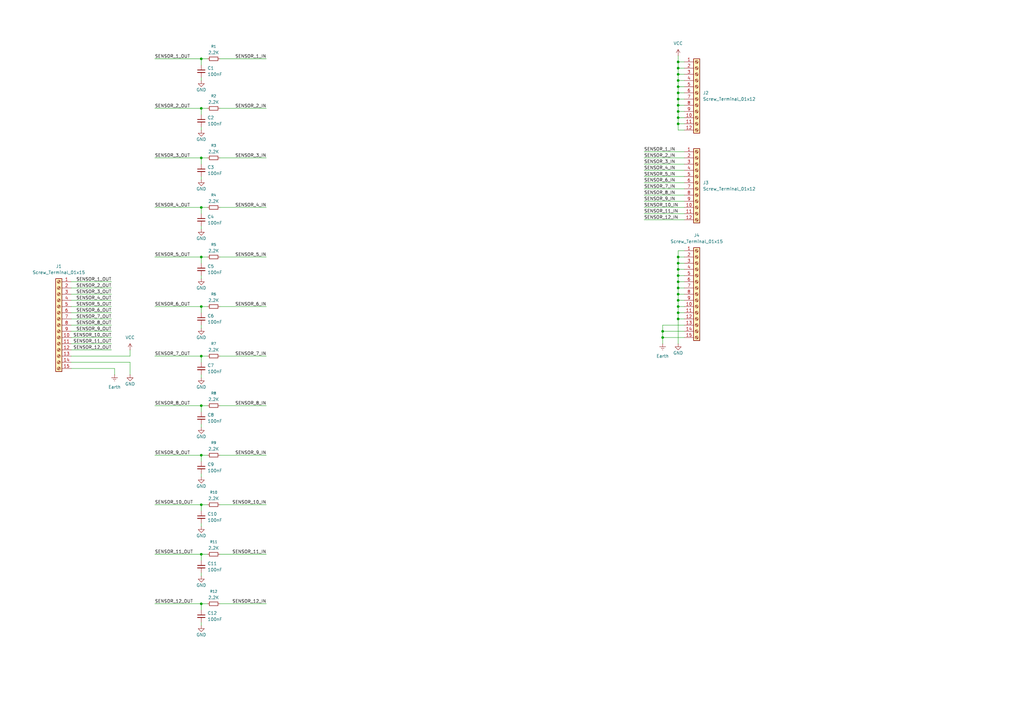
<source format=kicad_sch>
(kicad_sch (version 20250114) (generator "eeschema") (generator_version "9.0")
  (paper "A3")
  (title_block (title "Cutjob - Endstop interface board") (date "2025-12-15") (rev "1.0"))
  (lib_symbols
    (symbol "Connector:Screw_Terminal_01x12" (pin_names (offset 1.016) (hide yes))
      (property "Reference" "J" (at 0 15.24 0))
      (property "Value" "Screw_Terminal_01x12" (at 0 -17.78 0))
      (symbol "Screw_Terminal_01x12_1_1"
        (rectangle (start -1.27 13.97) (end 1.27 -16.51) (stroke (width 0.254)) (fill (type background)))
        (polyline (pts (xy -0.5334 13.0302) (xy 0.3302 12.192)) (stroke (width 0.1524)))
        (polyline (pts (xy -0.5334 10.4902) (xy 0.3302 9.652)) (stroke (width 0.1524)))
        (polyline (pts (xy -0.5334 7.9502) (xy 0.3302 7.112)) (stroke (width 0.1524)))
        (polyline (pts (xy -0.5334 5.4102) (xy 0.3302 4.572)) (stroke (width 0.1524)))
        (polyline (pts (xy -0.5334 2.8702) (xy 0.3302 2.032)) (stroke (width 0.1524)))
        (polyline (pts (xy -0.5334 0.3302) (xy 0.3302 -0.508)) (stroke (width 0.1524)))
        (polyline (pts (xy -0.5334 -2.2098) (xy 0.3302 -3.048)) (stroke (width 0.1524)))
        (polyline (pts (xy -0.5334 -4.7498) (xy 0.3302 -5.588)) (stroke (width 0.1524)))
        (polyline (pts (xy -0.5334 -7.2898) (xy 0.3302 -8.128)) (stroke (width 0.1524)))
        (polyline (pts (xy -0.5334 -9.8298) (xy 0.3302 -10.668)) (stroke (width 0.1524)))
        (polyline (pts (xy -0.5334 -12.3698) (xy 0.3302 -13.208)) (stroke (width 0.1524)))
        (polyline (pts (xy -0.5334 -14.9098) (xy 0.3302 -15.748)) (stroke (width 0.1524)))
        (polyline (pts (xy -0.3556 13.208) (xy 0.508 12.3698)) (stroke (width 0.1524)))
        (polyline (pts (xy -0.3556 10.668) (xy 0.508 9.8298)) (stroke (width 0.1524)))
        (polyline (pts (xy -0.3556 8.128) (xy 0.508 7.2898)) (stroke (width 0.1524)))
        (polyline (pts (xy -0.3556 5.588) (xy 0.508 4.7498)) (stroke (width 0.1524)))
        (polyline (pts (xy -0.3556 3.048) (xy 0.508 2.2098)) (stroke (width 0.1524)))
        (polyline (pts (xy -0.3556 0.508) (xy 0.508 -0.3302)) (stroke (width 0.1524)))
        (polyline (pts (xy -0.3556 -2.032) (xy 0.508 -2.8702)) (stroke (width 0.1524)))
        (polyline (pts (xy -0.3556 -4.572) (xy 0.508 -5.4102)) (stroke (width 0.1524)))
        (polyline (pts (xy -0.3556 -7.112) (xy 0.508 -7.9502)) (stroke (width 0.1524)))
        (polyline (pts (xy -0.3556 -9.652) (xy 0.508 -10.4902)) (stroke (width 0.1524)))
        (polyline (pts (xy -0.3556 -12.192) (xy 0.508 -13.0302)) (stroke (width 0.1524)))
        (polyline (pts (xy -0.3556 -14.732) (xy 0.508 -15.5702)) (stroke (width 0.1524)))
        (circle (center 0 12.7) (radius 0.635) (stroke (width 0.1524)))
        (circle (center 0 10.16) (radius 0.635) (stroke (width 0.1524)))
        (circle (center 0 7.62) (radius 0.635) (stroke (width 0.1524)))
        (circle (center 0 5.08) (radius 0.635) (stroke (width 0.1524)))
        (circle (center 0 2.54) (radius 0.635) (stroke (width 0.1524)))
        (circle (center 0 0) (radius 0.635) (stroke (width 0.1524)))
        (circle (center 0 -2.54) (radius 0.635) (stroke (width 0.1524)))
        (circle (center 0 -5.08) (radius 0.635) (stroke (width 0.1524)))
        (circle (center 0 -7.62) (radius 0.635) (stroke (width 0.1524)))
        (circle (center 0 -10.16) (radius 0.635) (stroke (width 0.1524)))
        (circle (center 0 -12.7) (radius 0.635) (stroke (width 0.1524)))
        (circle (center 0 -15.24) (radius 0.635) (stroke (width 0.1524)))
        (pin passive line (at -5.08 12.7 0) (length 3.81) (name "Pin_1") (number "1"))
        (pin passive line (at -5.08 10.16 0) (length 3.81) (name "Pin_2") (number "2"))
        (pin passive line (at -5.08 7.62 0) (length 3.81) (name "Pin_3") (number "3"))
        (pin passive line (at -5.08 5.08 0) (length 3.81) (name "Pin_4") (number "4"))
        (pin passive line (at -5.08 2.54 0) (length 3.81) (name "Pin_5") (number "5"))
        (pin passive line (at -5.08 0 0) (length 3.81) (name "Pin_6") (number "6"))
        (pin passive line (at -5.08 -2.54 0) (length 3.81) (name "Pin_7") (number "7"))
        (pin passive line (at -5.08 -5.08 0) (length 3.81) (name "Pin_8") (number "8"))
        (pin passive line (at -5.08 -7.62 0) (length 3.81) (name "Pin_9") (number "9"))
        (pin passive line (at -5.08 -10.16 0) (length 3.81) (name "Pin_10") (number "10"))
        (pin passive line (at -5.08 -12.7 0) (length 3.81) (name "Pin_11") (number "11"))
        (pin passive line (at -5.08 -15.24 0) (length 3.81) (name "Pin_12") (number "12"))
      )
    )
    (symbol "Connector:Screw_Terminal_01x15" (pin_names (offset 1.016) (hide yes))
      (property "Reference" "J" (at 0 20.32 0))
      (property "Value" "Screw_Terminal_01x15" (at 0 -20.32 0))
      (symbol "Screw_Terminal_01x15_1_1"
        (rectangle (start -1.27 19.05) (end 1.27 -19.05) (stroke (width 0.254)) (fill (type background)))
        (polyline (pts (xy -0.5334 18.1102) (xy 0.3302 17.272)) (stroke (width 0.1524)))
        (polyline (pts (xy -0.5334 15.5702) (xy 0.3302 14.732)) (stroke (width 0.1524)))
        (polyline (pts (xy -0.5334 13.0302) (xy 0.3302 12.192)) (stroke (width 0.1524)))
        (polyline (pts (xy -0.5334 10.4902) (xy 0.3302 9.652)) (stroke (width 0.1524)))
        (polyline (pts (xy -0.5334 7.9502) (xy 0.3302 7.112)) (stroke (width 0.1524)))
        (polyline (pts (xy -0.5334 5.4102) (xy 0.3302 4.572)) (stroke (width 0.1524)))
        (polyline (pts (xy -0.5334 2.8702) (xy 0.3302 2.032)) (stroke (width 0.1524)))
        (polyline (pts (xy -0.5334 0.3302) (xy 0.3302 -0.508)) (stroke (width 0.1524)))
        (polyline (pts (xy -0.5334 -2.2098) (xy 0.3302 -3.048)) (stroke (width 0.1524)))
        (polyline (pts (xy -0.5334 -4.7498) (xy 0.3302 -5.588)) (stroke (width 0.1524)))
        (polyline (pts (xy -0.5334 -7.2898) (xy 0.3302 -8.128)) (stroke (width 0.1524)))
        (polyline (pts (xy -0.5334 -9.8298) (xy 0.3302 -10.668)) (stroke (width 0.1524)))
        (polyline (pts (xy -0.5334 -12.3698) (xy 0.3302 -13.208)) (stroke (width 0.1524)))
        (polyline (pts (xy -0.5334 -14.9098) (xy 0.3302 -15.748)) (stroke (width 0.1524)))
        (polyline (pts (xy -0.5334 -17.4498) (xy 0.3302 -18.288)) (stroke (width 0.1524)))
        (polyline (pts (xy -0.3556 18.288) (xy 0.508 17.4498)) (stroke (width 0.1524)))
        (polyline (pts (xy -0.3556 15.748) (xy 0.508 14.9098)) (stroke (width 0.1524)))
        (polyline (pts (xy -0.3556 13.208) (xy 0.508 12.3698)) (stroke (width 0.1524)))
        (polyline (pts (xy -0.3556 10.668) (xy 0.508 9.8298)) (stroke (width 0.1524)))
        (polyline (pts (xy -0.3556 8.128) (xy 0.508 7.2898)) (stroke (width 0.1524)))
        (polyline (pts (xy -0.3556 5.588) (xy 0.508 4.7498)) (stroke (width 0.1524)))
        (polyline (pts (xy -0.3556 3.048) (xy 0.508 2.2098)) (stroke (width 0.1524)))
        (polyline (pts (xy -0.3556 0.508) (xy 0.508 -0.3302)) (stroke (width 0.1524)))
        (polyline (pts (xy -0.3556 -2.032) (xy 0.508 -2.8702)) (stroke (width 0.1524)))
        (polyline (pts (xy -0.3556 -4.572) (xy 0.508 -5.4102)) (stroke (width 0.1524)))
        (polyline (pts (xy -0.3556 -7.112) (xy 0.508 -7.9502)) (stroke (width 0.1524)))
        (polyline (pts (xy -0.3556 -9.652) (xy 0.508 -10.4902)) (stroke (width 0.1524)))
        (polyline (pts (xy -0.3556 -12.192) (xy 0.508 -13.0302)) (stroke (width 0.1524)))
        (polyline (pts (xy -0.3556 -14.732) (xy 0.508 -15.5702)) (stroke (width 0.1524)))
        (polyline (pts (xy -0.3556 -17.272) (xy 0.508 -18.1102)) (stroke (width 0.1524)))
        (circle (center 0 17.78) (radius 0.635) (stroke (width 0.1524)))
        (circle (center 0 15.24) (radius 0.635) (stroke (width 0.1524)))
        (circle (center 0 12.7) (radius 0.635) (stroke (width 0.1524)))
        (circle (center 0 10.16) (radius 0.635) (stroke (width 0.1524)))
        (circle (center 0 7.62) (radius 0.635) (stroke (width 0.1524)))
        (circle (center 0 5.08) (radius 0.635) (stroke (width 0.1524)))
        (circle (center 0 2.54) (radius 0.635) (stroke (width 0.1524)))
        (circle (center 0 0) (radius 0.635) (stroke (width 0.1524)))
        (circle (center 0 -2.54) (radius 0.635) (stroke (width 0.1524)))
        (circle (center 0 -5.08) (radius 0.635) (stroke (width 0.1524)))
        (circle (center 0 -7.62) (radius 0.635) (stroke (width 0.1524)))
        (circle (center 0 -10.16) (radius 0.635) (stroke (width 0.1524)))
        (circle (center 0 -12.7) (radius 0.635) (stroke (width 0.1524)))
        (circle (center 0 -15.24) (radius 0.635) (stroke (width 0.1524)))
        (circle (center 0 -17.78) (radius 0.635) (stroke (width 0.1524)))
        (pin passive line (at -5.08 17.78 0) (length 3.81) (name "Pin_1") (number "1"))
        (pin passive line (at -5.08 15.24 0) (length 3.81) (name "Pin_2") (number "2"))
        (pin passive line (at -5.08 12.7 0) (length 3.81) (name "Pin_3") (number "3"))
        (pin passive line (at -5.08 10.16 0) (length 3.81) (name "Pin_4") (number "4"))
        (pin passive line (at -5.08 7.62 0) (length 3.81) (name "Pin_5") (number "5"))
        (pin passive line (at -5.08 5.08 0) (length 3.81) (name "Pin_6") (number "6"))
        (pin passive line (at -5.08 2.54 0) (length 3.81) (name "Pin_7") (number "7"))
        (pin passive line (at -5.08 0 0) (length 3.81) (name "Pin_8") (number "8"))
        (pin passive line (at -5.08 -2.54 0) (length 3.81) (name "Pin_9") (number "9"))
        (pin passive line (at -5.08 -5.08 0) (length 3.81) (name "Pin_10") (number "10"))
        (pin passive line (at -5.08 -7.62 0) (length 3.81) (name "Pin_11") (number "11"))
        (pin passive line (at -5.08 -10.16 0) (length 3.81) (name "Pin_12") (number "12"))
        (pin passive line (at -5.08 -12.7 0) (length 3.81) (name "Pin_13") (number "13"))
        (pin passive line (at -5.08 -15.24 0) (length 3.81) (name "Pin_14") (number "14"))
        (pin passive line (at -5.08 -17.78 0) (length 3.81) (name "Pin_15") (number "15"))
      )
    )
    (symbol "Device:C_Small" (pin_numbers (hide yes)) (pin_names (offset 0.254) (hide yes))
      (property "Reference" "C" (at 0.254 1.778 0))
      (property "Value" "C_Small" (at 0.254 -2.032 0))
      (symbol "C_Small_0_1"
        (polyline (pts (xy -1.524 0.508) (xy 1.524 0.508)) (stroke (width 0.3048)))
        (polyline (pts (xy -1.524 -0.508) (xy 1.524 -0.508)) (stroke (width 0.3302)))
      )
      (symbol "C_Small_1_1"
        (pin passive line (at 0 2.54 270) (length 2.032) (name "~") (number "1"))
        (pin passive line (at 0 -2.54 90) (length 2.032) (name "~") (number "2"))
      )
    )
    (symbol "Device:R_Small" (pin_numbers (hide yes)) (pin_names (offset 0.254) (hide yes))
      (property "Reference" "R" (at 0 0 90))
      (property "Value" "R_Small" (at 1.778 0 90))
      (symbol "R_Small_0_1"
        (rectangle (start -0.762 1.778) (end 0.762 -1.778) (stroke (width 0.2032)))
      )
      (symbol "R_Small_1_1"
        (pin passive line (at 0 2.54 270) (length 0.762) (name "~") (number "1"))
        (pin passive line (at 0 -2.54 90) (length 0.762) (name "~") (number "2"))
      )
    )
    (symbol "power:Earth" (power) (pin_numbers (hide yes)) (pin_names (offset 0) (hide yes))
      (property "Value" "Earth" (at 0 -3.81 0))
      (symbol "Earth_0_1"
        (polyline (pts (xy -0.635 -1.905) (xy 0.635 -1.905)))
        (polyline (pts (xy -0.127 -2.54) (xy 0.127 -2.54)))
        (polyline (pts (xy 0 -1.27) (xy 0 0)))
        (polyline (pts (xy 1.27 -1.27) (xy -1.27 -1.27)))
      )
      (symbol "Earth_1_1"
        (pin power_in line (at 0 0 270) (length 0) (name "~") (number "1"))
      )
    )
    (symbol "power:GND" (power) (pin_numbers (hide yes)) (pin_names (offset 0) (hide yes))
      (property "Value" "GND" (at 0 -3.81 0))
      (symbol "GND_0_1"
        (polyline (pts (xy 0 0) (xy 0 -1.27) (xy 1.27 -1.27) (xy 0 -2.54) (xy -1.27 -1.27) (xy 0 -1.27)))
      )
      (symbol "GND_1_1"
        (pin power_in line (at 0 0 270) (length 0) (name "~") (number "1"))
      )
    )
    (symbol "power:VCC" (power) (pin_numbers (hide yes)) (pin_names (offset 0) (hide yes))
      (property "Value" "VCC" (at 0 3.556 0))
      (symbol "VCC_0_1"
        (polyline (pts (xy -0.762 1.27) (xy 0 2.54)))
        (polyline (pts (xy 0 2.54) (xy 0.762 1.27)))
        (polyline (pts (xy 0 0) (xy 0 2.54)))
      )
      (symbol "VCC_1_1"
        (pin power_in line (at 0 0 90) (length 0) (name "~") (number "1"))
      )
    )
  )
  (junction (at 278.13 27.94))
  (junction (at 278.13 128.27))
  (junction (at 278.13 45.72))
  (junction (at 82.55 247.65))
  (junction (at 278.13 123.19))
  (junction (at 82.55 64.77))
  (junction (at 278.13 30.48))
  (junction (at 278.13 38.1))
  (junction (at 82.55 105.41))
  (junction (at 278.13 43.18))
  (junction (at 82.55 186.69))
  (junction (at 278.13 110.49))
  (junction (at 278.13 113.03))
  (junction (at 278.13 33.02))
  (junction (at 278.13 50.8))
  (junction (at 278.13 25.4))
  (junction (at 278.13 107.95))
  (junction (at 271.78 135.89))
  (junction (at 278.13 125.73))
  (junction (at 278.13 120.65))
  (junction (at 82.55 125.73))
  (junction (at 271.78 138.43))
  (junction (at 82.55 207.01))
  (junction (at 278.13 130.81))
  (junction (at 82.55 146.05))
  (junction (at 82.55 227.33))
  (junction (at 278.13 115.57))
  (junction (at 278.13 40.64))
  (junction (at 82.55 166.37))
  (junction (at 278.13 105.41))
  (junction (at 278.13 118.11))
  (junction (at 82.55 85.09))
  (junction (at 278.13 35.56))
  (junction (at 82.55 24.13))
  (junction (at 278.13 48.26))
  (junction (at 82.55 44.45))
  (wire (pts (xy 278.13 22.86) (xy 278.13 25.4)))
  (wire (pts (xy 53.34 148.59) (xy 53.34 153.67)))
  (wire (pts (xy 271.78 135.89) (xy 271.78 138.43)))
  (wire (pts (xy 278.13 113.03) (xy 278.13 115.57)))
  (wire (pts (xy 82.55 173.99) (xy 82.55 175.26)))
  (wire (pts (xy 29.21 146.05) (xy 53.34 146.05)))
  (wire (pts (xy 278.13 38.1) (xy 278.13 40.64)))
  (wire (pts (xy 278.13 113.03) (xy 280.67 113.03)))
  (wire (pts (xy 85.09 166.37) (xy 82.55 166.37)))
  (wire (pts (xy 109.22 227.33) (xy 90.17 227.33)))
  (wire (pts (xy 264.16 77.47) (xy 280.67 77.47)))
  (wire (pts (xy 271.78 133.35) (xy 271.78 135.89)))
  (wire (pts (xy 109.22 125.73) (xy 90.17 125.73)))
  (wire (pts (xy 29.21 130.81) (xy 45.72 130.81)))
  (wire (pts (xy 82.55 214.63) (xy 82.55 215.9)))
  (wire (pts (xy 85.09 227.33) (xy 82.55 227.33)))
  (wire (pts (xy 264.16 62.23) (xy 280.67 62.23)))
  (wire (pts (xy 278.13 123.19) (xy 278.13 125.73)))
  (wire (pts (xy 271.78 135.89) (xy 280.67 135.89)))
  (wire (pts (xy 29.21 135.89) (xy 45.72 135.89)))
  (wire (pts (xy 278.13 110.49) (xy 278.13 113.03)))
  (wire (pts (xy 85.09 85.09) (xy 82.55 85.09)))
  (wire (pts (xy 278.13 120.65) (xy 278.13 123.19)))
  (wire (pts (xy 278.13 50.8) (xy 278.13 53.34)))
  (wire (pts (xy 29.21 118.11) (xy 45.72 118.11)))
  (wire (pts (xy 82.55 186.69) (xy 82.55 189.23)))
  (wire (pts (xy 109.22 105.41) (xy 90.17 105.41)))
  (wire (pts (xy 82.55 64.77) (xy 82.55 67.31)))
  (wire (pts (xy 264.16 74.93) (xy 280.67 74.93)))
  (wire (pts (xy 29.21 133.35) (xy 45.72 133.35)))
  (wire (pts (xy 280.67 102.87) (xy 278.13 102.87)))
  (wire (pts (xy 278.13 115.57) (xy 278.13 118.11)))
  (wire (pts (xy 278.13 35.56) (xy 278.13 38.1)))
  (wire (pts (xy 109.22 44.45) (xy 90.17 44.45)))
  (wire (pts (xy 278.13 128.27) (xy 278.13 130.81)))
  (wire (pts (xy 85.09 207.01) (xy 82.55 207.01)))
  (wire (pts (xy 82.55 105.41) (xy 82.55 107.95)))
  (wire (pts (xy 278.13 130.81) (xy 278.13 140.97)))
  (wire (pts (xy 63.5 44.45) (xy 82.55 44.45)))
  (wire (pts (xy 29.21 143.51) (xy 45.72 143.51)))
  (wire (pts (xy 109.22 186.69) (xy 90.17 186.69)))
  (wire (pts (xy 29.21 151.13) (xy 46.99 151.13)))
  (wire (pts (xy 29.21 138.43) (xy 45.72 138.43)))
  (wire (pts (xy 278.13 30.48) (xy 278.13 33.02)))
  (wire (pts (xy 82.55 133.35) (xy 82.55 134.62)))
  (wire (pts (xy 82.55 247.65) (xy 82.55 250.19)))
  (wire (pts (xy 82.55 44.45) (xy 82.55 46.99)))
  (wire (pts (xy 63.5 125.73) (xy 82.55 125.73)))
  (wire (pts (xy 109.22 24.13) (xy 90.17 24.13)))
  (wire (pts (xy 29.21 120.65) (xy 45.72 120.65)))
  (wire (pts (xy 278.13 45.72) (xy 278.13 48.26)))
  (wire (pts (xy 109.22 207.01) (xy 90.17 207.01)))
  (wire (pts (xy 29.21 128.27) (xy 45.72 128.27)))
  (wire (pts (xy 264.16 82.55) (xy 280.67 82.55)))
  (wire (pts (xy 63.5 186.69) (xy 82.55 186.69)))
  (wire (pts (xy 278.13 102.87) (xy 278.13 105.41)))
  (wire (pts (xy 82.55 227.33) (xy 82.55 229.87)))
  (wire (pts (xy 29.21 125.73) (xy 45.72 125.73)))
  (wire (pts (xy 85.09 64.77) (xy 82.55 64.77)))
  (wire (pts (xy 63.5 24.13) (xy 82.55 24.13)))
  (wire (pts (xy 85.09 247.65) (xy 82.55 247.65)))
  (wire (pts (xy 63.5 247.65) (xy 82.55 247.65)))
  (wire (pts (xy 82.55 92.71) (xy 82.55 93.98)))
  (wire (pts (xy 29.21 140.97) (xy 45.72 140.97)))
  (wire (pts (xy 278.13 115.57) (xy 280.67 115.57)))
  (wire (pts (xy 63.5 105.41) (xy 82.55 105.41)))
  (wire (pts (xy 278.13 45.72) (xy 280.67 45.72)))
  (wire (pts (xy 278.13 48.26) (xy 280.67 48.26)))
  (wire (pts (xy 82.55 113.03) (xy 82.55 114.3)))
  (wire (pts (xy 109.22 146.05) (xy 90.17 146.05)))
  (wire (pts (xy 264.16 72.39) (xy 280.67 72.39)))
  (wire (pts (xy 82.55 153.67) (xy 82.55 154.94)))
  (wire (pts (xy 278.13 50.8) (xy 280.67 50.8)))
  (wire (pts (xy 82.55 24.13) (xy 82.55 26.67)))
  (wire (pts (xy 53.34 143.51) (xy 53.34 146.05)))
  (wire (pts (xy 278.13 123.19) (xy 280.67 123.19)))
  (wire (pts (xy 85.09 186.69) (xy 82.55 186.69)))
  (wire (pts (xy 63.5 207.01) (xy 82.55 207.01)))
  (wire (pts (xy 278.13 105.41) (xy 280.67 105.41)))
  (wire (pts (xy 280.67 27.94) (xy 278.13 27.94)))
  (wire (pts (xy 264.16 67.31) (xy 280.67 67.31)))
  (wire (pts (xy 46.99 151.13) (xy 46.99 153.67)))
  (wire (pts (xy 278.13 33.02) (xy 280.67 33.02)))
  (wire (pts (xy 109.22 85.09) (xy 90.17 85.09)))
  (wire (pts (xy 264.16 90.17) (xy 280.67 90.17)))
  (wire (pts (xy 280.67 138.43) (xy 271.78 138.43)))
  (wire (pts (xy 278.13 27.94) (xy 278.13 25.4)))
  (wire (pts (xy 278.13 33.02) (xy 278.13 35.56)))
  (wire (pts (xy 278.13 27.94) (xy 278.13 30.48)))
  (wire (pts (xy 278.13 110.49) (xy 280.67 110.49)))
  (wire (pts (xy 278.13 107.95) (xy 278.13 110.49)))
  (wire (pts (xy 264.16 64.77) (xy 280.67 64.77)))
  (wire (pts (xy 278.13 125.73) (xy 280.67 125.73)))
  (wire (pts (xy 278.13 40.64) (xy 278.13 43.18)))
  (wire (pts (xy 82.55 255.27) (xy 82.55 256.54)))
  (wire (pts (xy 278.13 40.64) (xy 280.67 40.64)))
  (wire (pts (xy 85.09 105.41) (xy 82.55 105.41)))
  (wire (pts (xy 280.67 53.34) (xy 278.13 53.34)))
  (wire (pts (xy 85.09 125.73) (xy 82.55 125.73)))
  (wire (pts (xy 82.55 52.07) (xy 82.55 53.34)))
  (wire (pts (xy 264.16 80.01) (xy 280.67 80.01)))
  (wire (pts (xy 278.13 118.11) (xy 280.67 118.11)))
  (wire (pts (xy 63.5 227.33) (xy 82.55 227.33)))
  (wire (pts (xy 85.09 146.05) (xy 82.55 146.05)))
  (wire (pts (xy 109.22 64.77) (xy 90.17 64.77)))
  (wire (pts (xy 278.13 128.27) (xy 280.67 128.27)))
  (wire (pts (xy 280.67 25.4) (xy 278.13 25.4)))
  (wire (pts (xy 85.09 44.45) (xy 82.55 44.45)))
  (wire (pts (xy 63.5 64.77) (xy 82.55 64.77)))
  (wire (pts (xy 109.22 247.65) (xy 90.17 247.65)))
  (wire (pts (xy 278.13 105.41) (xy 278.13 107.95)))
  (wire (pts (xy 82.55 194.31) (xy 82.55 195.58)))
  (wire (pts (xy 82.55 125.73) (xy 82.55 128.27)))
  (wire (pts (xy 264.16 85.09) (xy 280.67 85.09)))
  (wire (pts (xy 63.5 146.05) (xy 82.55 146.05)))
  (wire (pts (xy 278.13 130.81) (xy 280.67 130.81)))
  (wire (pts (xy 278.13 125.73) (xy 278.13 128.27)))
  (wire (pts (xy 82.55 85.09) (xy 82.55 87.63)))
  (wire (pts (xy 82.55 166.37) (xy 82.55 168.91)))
  (wire (pts (xy 82.55 207.01) (xy 82.55 209.55)))
  (wire (pts (xy 29.21 123.19) (xy 45.72 123.19)))
  (wire (pts (xy 109.22 166.37) (xy 90.17 166.37)))
  (wire (pts (xy 278.13 35.56) (xy 280.67 35.56)))
  (wire (pts (xy 278.13 43.18) (xy 278.13 45.72)))
  (wire (pts (xy 271.78 138.43) (xy 271.78 140.97)))
  (wire (pts (xy 264.16 87.63) (xy 280.67 87.63)))
  (wire (pts (xy 82.55 31.75) (xy 82.55 33.02)))
  (wire (pts (xy 82.55 72.39) (xy 82.55 73.66)))
  (wire (pts (xy 63.5 166.37) (xy 82.55 166.37)))
  (wire (pts (xy 85.09 24.13) (xy 82.55 24.13)))
  (wire (pts (xy 82.55 234.95) (xy 82.55 236.22)))
  (wire (pts (xy 29.21 148.59) (xy 53.34 148.59)))
  (wire (pts (xy 278.13 30.48) (xy 280.67 30.48)))
  (wire (pts (xy 264.16 69.85) (xy 280.67 69.85)))
  (wire (pts (xy 278.13 48.26) (xy 278.13 50.8)))
  (wire (pts (xy 278.13 120.65) (xy 280.67 120.65)))
  (wire (pts (xy 63.5 85.09) (xy 82.55 85.09)))
  (wire (pts (xy 278.13 43.18) (xy 280.67 43.18)))
  (wire (pts (xy 29.21 115.57) (xy 45.72 115.57)))
  (wire (pts (xy 278.13 107.95) (xy 280.67 107.95)))
  (wire (pts (xy 278.13 118.11) (xy 278.13 120.65)))
  (wire (pts (xy 280.67 133.35) (xy 271.78 133.35)))
  (wire (pts (xy 82.55 146.05) (xy 82.55 148.59)))
  (wire (pts (xy 278.13 38.1) (xy 280.67 38.1)))
  (label "SENSOR_6_IN" (at 109.22 125.73 180))
  (label "SENSOR_12_IN" (at 109.22 247.65 180))
  (label "SENSOR_6_IN" (at 264.16 74.93 0))
  (label "SENSOR_7_IN" (at 264.16 77.47 0))
  (label "SENSOR_9_IN" (at 109.22 186.69 180))
  (label "SENSOR_9_OUT" (at 45.72 135.89 180))
  (label "SENSOR_10_IN" (at 109.22 207.01 180))
  (label "SENSOR_12_OUT" (at 45.72 143.51 180))
  (label "SENSOR_1_OUT" (at 63.5 24.13 0))
  (label "SENSOR_11_IN" (at 109.22 227.33 180))
  (label "SENSOR_8_IN" (at 264.16 80.01 0))
  (label "SENSOR_5_OUT" (at 63.5 105.41 0))
  (label "SENSOR_8_IN" (at 109.22 166.37 180))
  (label "SENSOR_8_OUT" (at 63.5 166.37 0))
  (label "SENSOR_8_OUT" (at 45.72 133.35 180))
  (label "SENSOR_2_OUT" (at 63.5 44.45 0))
  (label "SENSOR_3_OUT" (at 63.5 64.77 0))
  (label "SENSOR_5_OUT" (at 45.72 125.73 180))
  (label "SENSOR_1_IN" (at 109.22 24.13 180))
  (label "SENSOR_10_OUT" (at 45.72 138.43 180))
  (label "SENSOR_7_OUT" (at 45.72 130.81 180))
  (label "SENSOR_1_OUT" (at 45.72 115.57 180))
  (label "SENSOR_11_OUT" (at 63.5 227.33 0))
  (label "SENSOR_10_OUT" (at 63.5 207.01 0))
  (label "SENSOR_11_IN" (at 264.16 87.63 0))
  (label "SENSOR_12_IN" (at 264.16 90.17 0))
  (label "SENSOR_11_OUT" (at 45.72 140.97 180))
  (label "SENSOR_9_OUT" (at 63.5 186.69 0))
  (label "SENSOR_5_IN" (at 109.22 105.41 180))
  (label "SENSOR_6_OUT" (at 63.5 125.73 0))
  (label "SENSOR_4_IN" (at 109.22 85.09 180))
  (label "SENSOR_7_OUT" (at 63.5 146.05 0))
  (label "SENSOR_10_IN" (at 264.16 85.09 0))
  (label "SENSOR_12_OUT" (at 63.5 247.65 0))
  (label "SENSOR_2_OUT" (at 45.72 118.11 180))
  (label "SENSOR_9_IN" (at 264.16 82.55 0))
  (label "SENSOR_3_IN" (at 264.16 67.31 0))
  (label "SENSOR_5_IN" (at 264.16 72.39 0))
  (label "SENSOR_6_OUT" (at 45.72 128.27 180))
  (label "SENSOR_3_IN" (at 109.22 64.77 180))
  (label "SENSOR_4_IN" (at 264.16 69.85 0))
  (label "SENSOR_2_IN" (at 109.22 44.45 180))
  (label "SENSOR_3_OUT" (at 45.72 120.65 180))
  (label "SENSOR_1_IN" (at 264.16 62.23 0))
  (label "SENSOR_2_IN" (at 264.16 64.77 0))
  (label "SENSOR_4_OUT" (at 63.5 85.09 0))
  (label "SENSOR_4_OUT" (at 45.72 123.19 180))
  (label "SENSOR_7_IN" (at 109.22 146.05 180))
  (symbol (lib_id "Device:R_Small") (at 87.63 166.37 90) (unit 1)
    (property "Reference" "R8" (at 87.63 161.29 90) (effects (font (size 1.016 1.016))))
    (property "Value" "2.2K" (at 87.63 163.83 90))
    (property "Description" "Resistor, small symbol" (effects (hide yes)))
  )
  (symbol (lib_id "Device:R_Small") (at 87.63 146.05 90) (unit 1)
    (property "Reference" "R7" (at 87.63 140.97 90) (effects (font (size 1.016 1.016))))
    (property "Value" "2.2K" (at 87.63 143.51 90))
    (property "Description" "Resistor, small symbol" (effects (hide yes)))
  )
  (symbol (lib_id "Device:C_Small") (at 82.55 130.81 0) (unit 1)
    (property "Reference" "C6" (at 85.09 129.5462 0) (effects (justify left)))
    (property "Value" "100nF" (at 85.09 132.0862 0) (effects (justify left)))
    (property "Description" "Unpolarized capacitor, small symbol" (effects (hide yes)))
  )
  (symbol (lib_id "Device:R_Small") (at 87.63 85.09 90) (unit 1)
    (property "Reference" "R4" (at 87.63 80.01 90) (effects (font (size 1.016 1.016))))
    (property "Value" "2.2K" (at 87.63 82.55 90))
    (property "Description" "Resistor, small symbol" (effects (hide yes)))
  )
  (symbol (lib_id "Device:R_Small") (at 87.63 186.69 90) (unit 1)
    (property "Reference" "R9" (at 87.63 181.61 90) (effects (font (size 1.016 1.016))))
    (property "Value" "2.2K" (at 87.63 184.15 90))
    (property "Description" "Resistor, small symbol" (effects (hide yes)))
  )
  (symbol (lib_id "Connector:Screw_Terminal_01x15") (at 285.75 120.65 0) (unit 1)
    (property "Reference" "J4" (at 285.75 96.52 0))
    (property "Value" "Screw_Terminal_01x15" (at 285.75 99.06 0))
    (property "Description" "Generic screw terminal, single row, 01x15, script generated (kicad-library-utils/schlib/autogen/connector/)" (effects (hide yes)))
  )
  (symbol (lib_id "Device:C_Small") (at 82.55 252.73 0) (unit 1)
    (property "Reference" "C12" (at 85.09 251.4662 0) (effects (justify left)))
    (property "Value" "100nF" (at 85.09 254.0062 0) (effects (justify left)))
    (property "Description" "Unpolarized capacitor, small symbol" (effects (hide yes)))
  )
  (symbol (lib_id "power:GND") (at 278.13 140.97 0) (unit 1)
    (property "Reference" "#PWR017" (effects (hide yes)))
    (property "Value" "GND" (at 278.13 144.78 0))
    (property "Description" "Power symbol creates a global label with name \"GND\" , ground" (effects (hide yes)))
  )
  (symbol (lib_id "power:GND") (at 82.55 53.34 0) (unit 1)
    (property "Reference" "#PWR02" (effects (hide yes)))
    (property "Value" "GND" (at 82.55 57.15 0))
    (property "Description" "Power symbol creates a global label with name \"GND\" , ground" (effects (hide yes)))
  )
  (symbol (lib_id "power:GND") (at 82.55 114.3 0) (unit 1)
    (property "Reference" "#PWR05" (effects (hide yes)))
    (property "Value" "GND" (at 82.55 118.11 0))
    (property "Description" "Power symbol creates a global label with name \"GND\" , ground" (effects (hide yes)))
  )
  (symbol (lib_id "Device:R_Small") (at 87.63 105.41 90) (unit 1)
    (property "Reference" "R5" (at 87.63 100.33 90) (effects (font (size 1.016 1.016))))
    (property "Value" "2.2K" (at 87.63 102.87 90))
    (property "Description" "Resistor, small symbol" (effects (hide yes)))
  )
  (symbol (lib_id "Device:C_Small") (at 82.55 232.41 0) (unit 1)
    (property "Reference" "C11" (at 85.09 231.1462 0) (effects (justify left)))
    (property "Value" "100nF" (at 85.09 233.6862 0) (effects (justify left)))
    (property "Description" "Unpolarized capacitor, small symbol" (effects (hide yes)))
  )
  (symbol (lib_id "Device:R_Small") (at 87.63 44.45 90) (unit 1)
    (property "Reference" "R2" (at 87.63 39.37 90) (effects (font (size 1.016 1.016))))
    (property "Value" "2.2K" (at 87.63 41.91 90))
    (property "Description" "Resistor, small symbol" (effects (hide yes)))
  )
  (symbol (lib_id "Device:C_Small") (at 82.55 69.85 0) (unit 1)
    (property "Reference" "C3" (at 85.09 68.5862 0) (effects (justify left)))
    (property "Value" "100nF" (at 85.09 71.1262 0) (effects (justify left)))
    (property "Description" "Unpolarized capacitor, small symbol" (effects (hide yes)))
  )
  (symbol (lib_id "power:GND") (at 82.55 33.02 0) (unit 1)
    (property "Reference" "#PWR01" (effects (hide yes)))
    (property "Value" "GND" (at 82.55 36.83 0))
    (property "Description" "Power symbol creates a global label with name \"GND\" , ground" (effects (hide yes)))
  )
  (symbol (lib_id "power:GND") (at 82.55 256.54 0) (unit 1)
    (property "Reference" "#PWR012" (effects (hide yes)))
    (property "Value" "GND" (at 82.55 260.35 0))
    (property "Description" "Power symbol creates a global label with name \"GND\" , ground" (effects (hide yes)))
  )
  (symbol (lib_id "power:GND") (at 82.55 195.58 0) (unit 1)
    (property "Reference" "#PWR09" (effects (hide yes)))
    (property "Value" "GND" (at 82.55 199.39 0))
    (property "Description" "Power symbol creates a global label with name \"GND\" , ground" (effects (hide yes)))
  )
  (symbol (lib_id "power:Earth") (at 271.78 140.97 0) (unit 1)
    (property "Reference" "#PWR018" (effects (hide yes)))
    (property "Value" "Earth" (at 271.78 146.05 0))
    (property "Description" "Power symbol creates a global label with name \"Earth\"" (effects (hide yes)))
  )
  (symbol (lib_id "Device:R_Small") (at 87.63 227.33 90) (unit 1)
    (property "Reference" "R11" (at 87.63 222.25 90) (effects (font (size 1.016 1.016))))
    (property "Value" "2.2K" (at 87.63 224.79 90))
    (property "Description" "Resistor, small symbol" (effects (hide yes)))
  )
  (symbol (lib_id "power:GND") (at 53.34 153.67 0) (unit 1)
    (property "Reference" "#PWR014" (effects (hide yes)))
    (property "Value" "GND" (at 53.34 157.48 0))
    (property "Description" "Power symbol creates a global label with name \"GND\" , ground" (effects (hide yes)))
  )
  (symbol (lib_id "Device:C_Small") (at 82.55 49.53 0) (unit 1)
    (property "Reference" "C2" (at 85.09 48.2662 0) (effects (justify left)))
    (property "Value" "100nF" (at 85.09 50.8062 0) (effects (justify left)))
    (property "Description" "Unpolarized capacitor, small symbol" (effects (hide yes)))
  )
  (symbol (lib_id "power:GND") (at 82.55 93.98 0) (unit 1)
    (property "Reference" "#PWR04" (effects (hide yes)))
    (property "Value" "GND" (at 82.55 97.79 0))
    (property "Description" "Power symbol creates a global label with name \"GND\" , ground" (effects (hide yes)))
  )
  (symbol (lib_id "Connector:Screw_Terminal_01x12") (at 285.75 38.1 0) (unit 1)
    (property "Reference" "J2" (at 288.29 38.0999 0) (effects (justify left)))
    (property "Value" "Screw_Terminal_01x12" (at 288.29 40.6399 0) (effects (justify left)))
    (property "Description" "Generic screw terminal, single row, 01x12, script generated (kicad-library-utils/schlib/autogen/connector/)" (effects (hide yes)))
  )
  (symbol (lib_id "power:GND") (at 82.55 215.9 0) (unit 1)
    (property "Reference" "#PWR010" (effects (hide yes)))
    (property "Value" "GND" (at 82.55 219.71 0))
    (property "Description" "Power symbol creates a global label with name \"GND\" , ground" (effects (hide yes)))
  )
  (symbol (lib_id "Device:R_Small") (at 87.63 125.73 90) (unit 1)
    (property "Reference" "R6" (at 87.63 120.65 90) (effects (font (size 1.016 1.016))))
    (property "Value" "2.2K" (at 87.63 123.19 90))
    (property "Description" "Resistor, small symbol" (effects (hide yes)))
  )
  (symbol (lib_id "power:Earth") (at 46.99 153.67 0) (unit 1)
    (property "Reference" "#PWR015" (effects (hide yes)))
    (property "Value" "Earth" (at 46.99 158.75 0))
    (property "Description" "Power symbol creates a global label with name \"Earth\"" (effects (hide yes)))
  )
  (symbol (lib_id "Device:C_Small") (at 82.55 151.13 0) (unit 1)
    (property "Reference" "C7" (at 85.09 149.8662 0) (effects (justify left)))
    (property "Value" "100nF" (at 85.09 152.4062 0) (effects (justify left)))
    (property "Description" "Unpolarized capacitor, small symbol" (effects (hide yes)))
  )
  (symbol (lib_id "Device:R_Small") (at 87.63 64.77 90) (unit 1)
    (property "Reference" "R3" (at 87.63 59.69 90) (effects (font (size 1.016 1.016))))
    (property "Value" "2.2K" (at 87.63 62.23 90))
    (property "Description" "Resistor, small symbol" (effects (hide yes)))
  )
  (symbol (lib_id "power:VCC") (at 53.34 143.51 0) (unit 1)
    (property "Reference" "#PWR013" (effects (hide yes)))
    (property "Value" "VCC" (at 53.34 138.43 0))
    (property "Description" "Power symbol creates a global label with name \"VCC\"" (effects (hide yes)))
  )
  (symbol (lib_id "Device:C_Small") (at 82.55 110.49 0) (unit 1)
    (property "Reference" "C5" (at 85.09 109.2262 0) (effects (justify left)))
    (property "Value" "100nF" (at 85.09 111.7662 0) (effects (justify left)))
    (property "Description" "Unpolarized capacitor, small symbol" (effects (hide yes)))
  )
  (symbol (lib_id "Connector:Screw_Terminal_01x12") (at 285.75 74.93 0) (unit 1)
    (property "Reference" "J3" (at 288.29 74.9299 0) (effects (justify left)))
    (property "Value" "Screw_Terminal_01x12" (at 288.29 77.4699 0) (effects (justify left)))
    (property "Description" "Generic screw terminal, single row, 01x12, script generated (kicad-library-utils/schlib/autogen/connector/)" (effects (hide yes)))
  )
  (symbol (lib_id "Device:C_Small") (at 82.55 90.17 0) (unit 1)
    (property "Reference" "C4" (at 85.09 88.9062 0) (effects (justify left)))
    (property "Value" "100nF" (at 85.09 91.4462 0) (effects (justify left)))
    (property "Description" "Unpolarized capacitor, small symbol" (effects (hide yes)))
  )
  (symbol (lib_id "Connector:Screw_Terminal_01x15") (at 24.13 133.35 0) (mirror y) (unit 1)
    (property "Reference" "J1" (at 24.13 109.22 0))
    (property "Value" "Screw_Terminal_01x15" (at 24.13 111.76 0))
    (property "Description" "Generic screw terminal, single row, 01x15, script generated (kicad-library-utils/schlib/autogen/connector/)" (effects (hide yes)))
  )
  (symbol (lib_id "power:GND") (at 82.55 154.94 0) (unit 1)
    (property "Reference" "#PWR07" (effects (hide yes)))
    (property "Value" "GND" (at 82.55 158.75 0))
    (property "Description" "Power symbol creates a global label with name \"GND\" , ground" (effects (hide yes)))
  )
  (symbol (lib_id "Device:C_Small") (at 82.55 212.09 0) (unit 1)
    (property "Reference" "C10" (at 85.09 210.8262 0) (effects (justify left)))
    (property "Value" "100nF" (at 85.09 213.3662 0) (effects (justify left)))
    (property "Description" "Unpolarized capacitor, small symbol" (effects (hide yes)))
  )
  (symbol (lib_id "Device:C_Small") (at 82.55 191.77 0) (unit 1)
    (property "Reference" "C9" (at 85.09 190.5062 0) (effects (justify left)))
    (property "Value" "100nF" (at 85.09 193.0462 0) (effects (justify left)))
    (property "Description" "Unpolarized capacitor, small symbol" (effects (hide yes)))
  )
  (symbol (lib_id "power:GND") (at 82.55 73.66 0) (unit 1)
    (property "Reference" "#PWR03" (effects (hide yes)))
    (property "Value" "GND" (at 82.55 77.47 0))
    (property "Description" "Power symbol creates a global label with name \"GND\" , ground" (effects (hide yes)))
  )
  (symbol (lib_id "Device:R_Small") (at 87.63 247.65 90) (unit 1)
    (property "Reference" "R12" (at 87.63 242.57 90) (effects (font (size 1.016 1.016))))
    (property "Value" "2.2K" (at 87.63 245.11 90))
    (property "Description" "Resistor, small symbol" (effects (hide yes)))
  )
  (symbol (lib_id "power:GND") (at 82.55 134.62 0) (unit 1)
    (property "Reference" "#PWR06" (effects (hide yes)))
    (property "Value" "GND" (at 82.55 138.43 0))
    (property "Description" "Power symbol creates a global label with name \"GND\" , ground" (effects (hide yes)))
  )
  (symbol (lib_id "Device:C_Small") (at 82.55 29.21 0) (unit 1)
    (property "Reference" "C1" (at 85.09 27.9462 0) (effects (justify left)))
    (property "Value" "100nF" (at 85.09 30.4862 0) (effects (justify left)))
    (property "Description" "Unpolarized capacitor, small symbol" (effects (hide yes)))
  )
  (symbol (lib_id "power:GND") (at 82.55 175.26 0) (unit 1)
    (property "Reference" "#PWR08" (effects (hide yes)))
    (property "Value" "GND" (at 82.55 179.07 0))
    (property "Description" "Power symbol creates a global label with name \"GND\" , ground" (effects (hide yes)))
  )
  (symbol (lib_id "Device:R_Small") (at 87.63 24.13 90) (unit 1)
    (property "Reference" "R1" (at 87.63 19.05 90) (effects (font (size 1.016 1.016))))
    (property "Value" "2.2K" (at 87.63 21.59 90))
    (property "Description" "Resistor, small symbol" (effects (hide yes)))
  )
  (symbol (lib_id "power:VCC") (at 278.13 22.86 0) (unit 1)
    (property "Reference" "#PWR016" (effects (hide yes)))
    (property "Value" "VCC" (at 278.13 17.78 0))
    (property "Description" "Power symbol creates a global label with name \"VCC\"" (effects (hide yes)))
  )
  (symbol (lib_id "Device:C_Small") (at 82.55 171.45 0) (unit 1)
    (property "Reference" "C8" (at 85.09 170.1862 0) (effects (justify left)))
    (property "Value" "100nF" (at 85.09 172.7262 0) (effects (justify left)))
    (property "Description" "Unpolarized capacitor, small symbol" (effects (hide yes)))
  )
  (symbol (lib_id "Device:R_Small") (at 87.63 207.01 90) (unit 1)
    (property "Reference" "R10" (at 87.63 201.93 90) (effects (font (size 1.016 1.016))))
    (property "Value" "2.2K" (at 87.63 204.47 90))
    (property "Description" "Resistor, small symbol" (effects (hide yes)))
  )
  (symbol (lib_id "power:GND") (at 82.55 236.22 0) (unit 1)
    (property "Reference" "#PWR011" (effects (hide yes)))
    (property "Value" "GND" (at 82.55 240.03 0))
    (property "Description" "Power symbol creates a global label with name \"GND\" , ground" (effects (hide yes)))
  )
)
</source>
